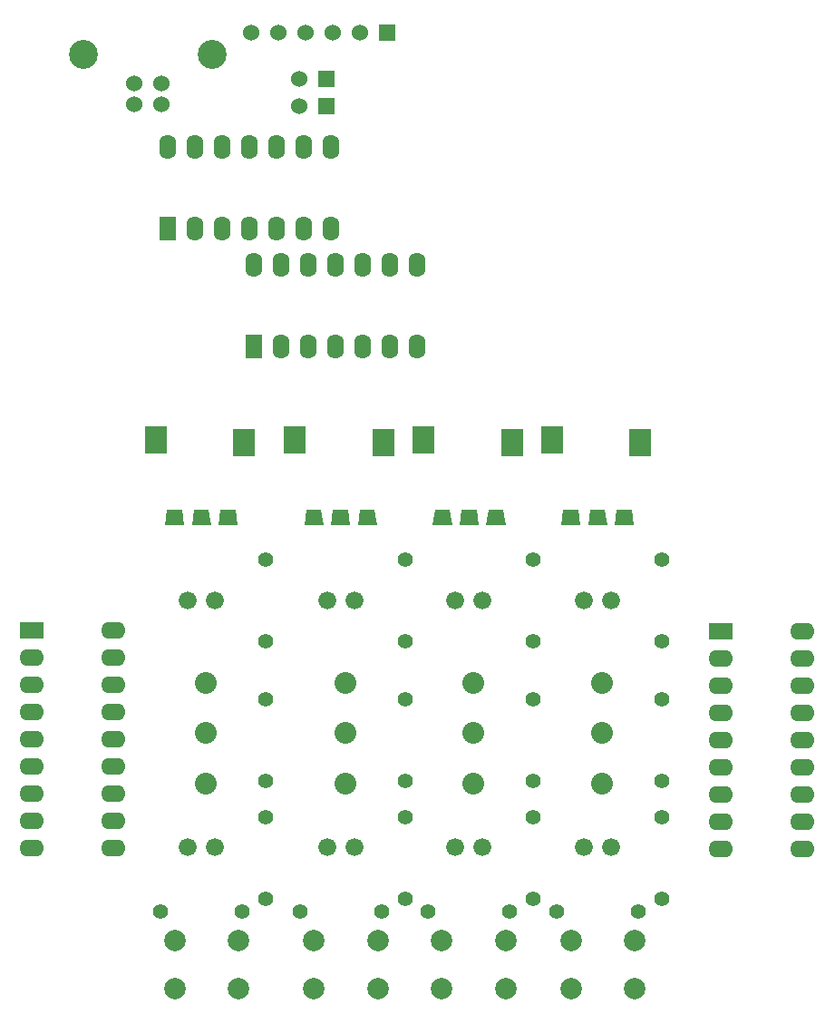
<source format=gbs>
G04 (created by PCBNEW (2013-07-07 BZR 4022)-stable) date 05/09/2014 18:07:36*
%MOIN*%
G04 Gerber Fmt 3.4, Leading zero omitted, Abs format*
%FSLAX34Y34*%
G01*
G70*
G90*
G04 APERTURE LIST*
%ADD10C,0.00590551*%
%ADD11C,0.06*%
%ADD12C,0.1063*%
%ADD13C,0.0787402*%
%ADD14C,0.08*%
%ADD15C,0.055*%
%ADD16R,0.0787402X0.102362*%
%ADD17R,0.062X0.09*%
%ADD18O,0.062X0.09*%
%ADD19R,0.06X0.06*%
%ADD20R,0.09X0.062*%
%ADD21O,0.09X0.062*%
%ADD22C,0.066*%
G04 APERTURE END LIST*
G54D10*
G54D11*
X41625Y-26653D03*
X42625Y-26653D03*
X42625Y-25866D03*
X41625Y-25866D03*
G54D12*
X39763Y-24803D03*
X44487Y-24803D03*
G54D13*
X48215Y-57376D03*
X50577Y-57376D03*
X48215Y-59148D03*
X50577Y-59148D03*
X52915Y-57376D03*
X55277Y-57376D03*
X52915Y-59148D03*
X55277Y-59148D03*
X57677Y-57381D03*
X60039Y-57381D03*
X57677Y-59153D03*
X60039Y-59153D03*
X43110Y-57381D03*
X45472Y-57381D03*
X43110Y-59153D03*
X45472Y-59153D03*
G54D14*
X44263Y-51594D03*
X44263Y-49744D03*
X44263Y-47894D03*
X49381Y-51594D03*
X49381Y-49744D03*
X49381Y-47894D03*
X54105Y-51594D03*
X54105Y-49744D03*
X54105Y-47894D03*
X58830Y-51594D03*
X58830Y-49744D03*
X58830Y-47894D03*
G54D15*
X51574Y-51500D03*
X51574Y-48500D03*
X45594Y-56299D03*
X42594Y-56299D03*
X60161Y-56299D03*
X57161Y-56299D03*
X55437Y-56299D03*
X52437Y-56299D03*
X50712Y-56299D03*
X47712Y-56299D03*
X61023Y-51500D03*
X61023Y-48500D03*
X56299Y-51500D03*
X56299Y-48500D03*
X46456Y-51500D03*
X46456Y-48500D03*
G54D10*
G36*
X57322Y-42106D02*
X57401Y-41555D01*
X57952Y-41555D01*
X58031Y-42106D01*
X57322Y-42106D01*
X57322Y-42106D01*
G37*
G36*
X58307Y-42106D02*
X58385Y-41555D01*
X58937Y-41555D01*
X59015Y-42106D01*
X58307Y-42106D01*
X58307Y-42106D01*
G37*
G36*
X59291Y-42106D02*
X59370Y-41555D01*
X59921Y-41555D01*
X60000Y-42106D01*
X59291Y-42106D01*
X59291Y-42106D01*
G37*
G54D16*
X56988Y-38976D03*
X60236Y-39074D03*
G54D10*
G36*
X52598Y-42106D02*
X52677Y-41555D01*
X53228Y-41555D01*
X53307Y-42106D01*
X52598Y-42106D01*
X52598Y-42106D01*
G37*
G36*
X53582Y-42106D02*
X53661Y-41555D01*
X54212Y-41555D01*
X54291Y-42106D01*
X53582Y-42106D01*
X53582Y-42106D01*
G37*
G36*
X54566Y-42106D02*
X54645Y-41555D01*
X55196Y-41555D01*
X55275Y-42106D01*
X54566Y-42106D01*
X54566Y-42106D01*
G37*
G54D16*
X52263Y-38976D03*
X55511Y-39074D03*
G54D10*
G36*
X47874Y-42106D02*
X47952Y-41555D01*
X48503Y-41555D01*
X48582Y-42106D01*
X47874Y-42106D01*
X47874Y-42106D01*
G37*
G36*
X48858Y-42106D02*
X48937Y-41555D01*
X49488Y-41555D01*
X49566Y-42106D01*
X48858Y-42106D01*
X48858Y-42106D01*
G37*
G36*
X49842Y-42106D02*
X49921Y-41555D01*
X50472Y-41555D01*
X50551Y-42106D01*
X49842Y-42106D01*
X49842Y-42106D01*
G37*
G54D16*
X47539Y-38976D03*
X50787Y-39074D03*
G54D10*
G36*
X42755Y-42106D02*
X42834Y-41555D01*
X43385Y-41555D01*
X43464Y-42106D01*
X42755Y-42106D01*
X42755Y-42106D01*
G37*
G36*
X43740Y-42106D02*
X43818Y-41555D01*
X44370Y-41555D01*
X44448Y-42106D01*
X43740Y-42106D01*
X43740Y-42106D01*
G37*
G36*
X44724Y-42106D02*
X44803Y-41555D01*
X45354Y-41555D01*
X45433Y-42106D01*
X44724Y-42106D01*
X44724Y-42106D01*
G37*
G54D16*
X42421Y-38976D03*
X45669Y-39074D03*
G54D17*
X42866Y-31224D03*
G54D18*
X43866Y-31224D03*
X44866Y-31224D03*
X45866Y-31224D03*
X46866Y-31224D03*
X47866Y-31224D03*
X48866Y-31224D03*
X48866Y-28224D03*
X47866Y-28224D03*
X46866Y-28224D03*
X45866Y-28224D03*
X44866Y-28224D03*
X43866Y-28224D03*
X42866Y-28224D03*
G54D19*
X50925Y-24015D03*
G54D11*
X49925Y-24015D03*
X48925Y-24015D03*
X47925Y-24015D03*
X46925Y-24015D03*
X45925Y-24015D03*
G54D19*
X48700Y-26700D03*
G54D11*
X47700Y-26700D03*
G54D19*
X48700Y-25700D03*
G54D11*
X47700Y-25700D03*
G54D17*
X46015Y-35555D03*
G54D18*
X47015Y-35555D03*
X48015Y-35555D03*
X49015Y-35555D03*
X50015Y-35555D03*
X51015Y-35555D03*
X52015Y-35555D03*
X52015Y-32555D03*
X51015Y-32555D03*
X50015Y-32555D03*
X49015Y-32555D03*
X48015Y-32555D03*
X47015Y-32555D03*
X46015Y-32555D03*
G54D20*
X37870Y-45980D03*
G54D21*
X37870Y-46980D03*
X37870Y-47980D03*
X37870Y-48980D03*
X37870Y-49980D03*
X37870Y-50980D03*
X37870Y-51980D03*
X37870Y-52980D03*
X37870Y-53980D03*
X40870Y-53980D03*
X40870Y-52980D03*
X40870Y-51980D03*
X40870Y-50980D03*
X40870Y-49980D03*
X40870Y-48980D03*
X40870Y-47980D03*
X40870Y-46980D03*
X40870Y-45980D03*
G54D15*
X46456Y-43381D03*
X46456Y-46381D03*
X51574Y-43381D03*
X51574Y-46381D03*
X56299Y-43381D03*
X56299Y-46381D03*
X61023Y-43381D03*
X61023Y-46381D03*
X46456Y-52830D03*
X46456Y-55830D03*
X51574Y-52830D03*
X51574Y-55830D03*
X56299Y-52830D03*
X56299Y-55830D03*
X61023Y-52830D03*
X61023Y-55830D03*
G54D22*
X58161Y-53937D03*
X59161Y-53937D03*
X53437Y-53937D03*
X54437Y-53937D03*
X48712Y-53937D03*
X49712Y-53937D03*
X43594Y-53937D03*
X44594Y-53937D03*
X58161Y-44881D03*
X59161Y-44881D03*
X53437Y-44881D03*
X54437Y-44881D03*
X48712Y-44881D03*
X49712Y-44881D03*
X43594Y-44881D03*
X44594Y-44881D03*
G54D20*
X63200Y-46000D03*
G54D21*
X63200Y-47000D03*
X63200Y-48000D03*
X63200Y-49000D03*
X63200Y-50000D03*
X63200Y-51000D03*
X63200Y-52000D03*
X63200Y-53000D03*
X63200Y-54000D03*
X66200Y-54000D03*
X66200Y-53000D03*
X66200Y-52000D03*
X66200Y-51000D03*
X66200Y-50000D03*
X66200Y-49000D03*
X66200Y-48000D03*
X66200Y-47000D03*
X66200Y-46000D03*
M02*

</source>
